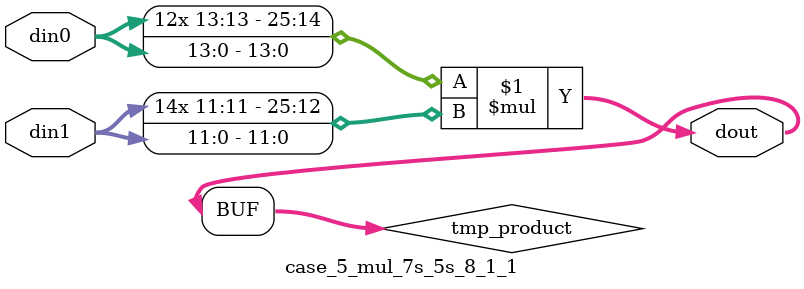
<source format=v>

`timescale 1 ns / 1 ps

 module case_5_mul_7s_5s_8_1_1(din0, din1, dout);
parameter ID = 1;
parameter NUM_STAGE = 0;
parameter din0_WIDTH = 14;
parameter din1_WIDTH = 12;
parameter dout_WIDTH = 26;

input [din0_WIDTH - 1 : 0] din0; 
input [din1_WIDTH - 1 : 0] din1; 
output [dout_WIDTH - 1 : 0] dout;

wire signed [dout_WIDTH - 1 : 0] tmp_product;



























assign tmp_product = $signed(din0) * $signed(din1);








assign dout = tmp_product;





















endmodule

</source>
